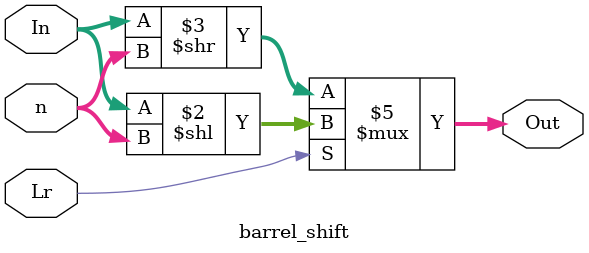
<source format=v>
module barrel_shift( input [7:0]In,
 input [2:0]n, 
 input Lr,
 output reg [7:0]Out);
 always@(*) begin
  if(Lr)
   Out = In << n;
  else
   Out = In >> n;
 end 
endmodule

</source>
